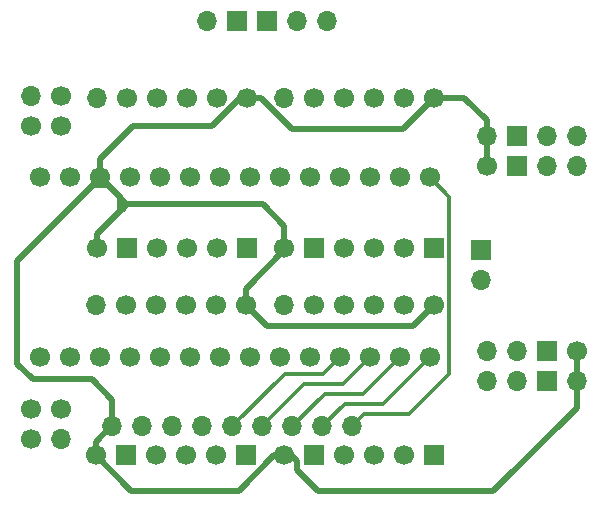
<source format=gtl>
G04 #@! TF.GenerationSoftware,KiCad,Pcbnew,7.0.5*
G04 #@! TF.CreationDate,2023-07-17T11:56:54-04:00*
G04 #@! TF.ProjectId,Tadpole,54616470-6f6c-4652-9e6b-696361645f70,rev?*
G04 #@! TF.SameCoordinates,Original*
G04 #@! TF.FileFunction,Copper,L1,Top*
G04 #@! TF.FilePolarity,Positive*
%FSLAX46Y46*%
G04 Gerber Fmt 4.6, Leading zero omitted, Abs format (unit mm)*
G04 Created by KiCad (PCBNEW 7.0.5) date 2023-07-17 11:56:54*
%MOMM*%
%LPD*%
G01*
G04 APERTURE LIST*
G04 #@! TA.AperFunction,ComponentPad*
%ADD10C,1.700000*%
G04 #@! TD*
G04 #@! TA.AperFunction,ComponentPad*
%ADD11O,1.700000X1.700000*%
G04 #@! TD*
G04 #@! TA.AperFunction,ComponentPad*
%ADD12R,1.700000X1.700000*%
G04 #@! TD*
G04 #@! TA.AperFunction,Conductor*
%ADD13C,0.500000*%
G04 #@! TD*
G04 #@! TA.AperFunction,Conductor*
%ADD14C,0.300000*%
G04 #@! TD*
G04 APERTURE END LIST*
D10*
X160731200Y-104013000D03*
D11*
X160731200Y-106553000D03*
D12*
X158191200Y-104013000D03*
X158191200Y-106553000D03*
D11*
X155651200Y-104013000D03*
X155651200Y-106553000D03*
X153111200Y-104013000D03*
X153111200Y-106553000D03*
X139573000Y-76073000D03*
X137033000Y-76073000D03*
D12*
X134493000Y-76073000D03*
X131953000Y-76073000D03*
D11*
X129413000Y-76073000D03*
X141743600Y-110337600D03*
X139203600Y-110337600D03*
X136663600Y-110337600D03*
X134123600Y-110337600D03*
X131583600Y-110337600D03*
X129043600Y-110337600D03*
X126503600Y-110337600D03*
X123963600Y-110337600D03*
X121423600Y-110337600D03*
D10*
X114503200Y-84963000D03*
D11*
X114503200Y-82423000D03*
D10*
X117043200Y-84963000D03*
X117043200Y-82423000D03*
X153131200Y-88327000D03*
D11*
X153131200Y-85787000D03*
D12*
X155671200Y-88327000D03*
X155671200Y-85787000D03*
D11*
X158211200Y-88327000D03*
X158211200Y-85787000D03*
X160751200Y-88327000D03*
X160751200Y-85787000D03*
D12*
X152597000Y-95397400D03*
D11*
X152597000Y-97937400D03*
D10*
X117043200Y-108864400D03*
D11*
X117043200Y-111404400D03*
D10*
X114503200Y-108864400D03*
X114503200Y-111404400D03*
X117815200Y-104521000D03*
X120355200Y-104521000D03*
X122895200Y-104521000D03*
X125435200Y-104521000D03*
X120355200Y-89281000D03*
X127975200Y-104521000D03*
X130515200Y-104521000D03*
X133055200Y-104521000D03*
X135595200Y-104521000D03*
X138135200Y-104521000D03*
X140675200Y-104521000D03*
X143215200Y-104521000D03*
X145755200Y-104521000D03*
X148295200Y-104521000D03*
X148295200Y-89281000D03*
X145755200Y-89281000D03*
X143215200Y-89281000D03*
X140675200Y-89281000D03*
X138135200Y-89281000D03*
X135595200Y-89281000D03*
X133055200Y-89281000D03*
X130515200Y-89281000D03*
X127975200Y-89281000D03*
X125435200Y-89281000D03*
X122895200Y-89281000D03*
X117815200Y-89281000D03*
X115275200Y-104521000D03*
X115275200Y-89281000D03*
D11*
X119999600Y-100076000D03*
D10*
X122539600Y-100076000D03*
X125079600Y-100076000D03*
X127619600Y-100076000D03*
X130159600Y-100076000D03*
X132699600Y-100076000D03*
X119999600Y-112776000D03*
D12*
X122539600Y-112776000D03*
D10*
X125079600Y-112776000D03*
X127619600Y-112776000D03*
X130159600Y-112776000D03*
D12*
X132699600Y-112776000D03*
D11*
X120101200Y-82524600D03*
D10*
X122641200Y-82524600D03*
X125181200Y-82524600D03*
X127721200Y-82524600D03*
X130261200Y-82524600D03*
X132801200Y-82524600D03*
X120101200Y-95224600D03*
D12*
X122641200Y-95224600D03*
D10*
X125181200Y-95224600D03*
X127721200Y-95224600D03*
X130261200Y-95224600D03*
D12*
X132801200Y-95224600D03*
D11*
X135976200Y-100076000D03*
D10*
X138516200Y-100076000D03*
X141056200Y-100076000D03*
X143596200Y-100076000D03*
X146136200Y-100076000D03*
X148676200Y-100076000D03*
X135976200Y-112776000D03*
D12*
X138516200Y-112776000D03*
D10*
X141056200Y-112776000D03*
X143596200Y-112776000D03*
X146136200Y-112776000D03*
D12*
X148676200Y-112776000D03*
D11*
X135976200Y-82524600D03*
D10*
X138516200Y-82524600D03*
X141056200Y-82524600D03*
X143596200Y-82524600D03*
X146136200Y-82524600D03*
X148676200Y-82524600D03*
X135976200Y-95224600D03*
D12*
X138516200Y-95224600D03*
D10*
X141056200Y-95224600D03*
X143596200Y-95224600D03*
X146136200Y-95224600D03*
D12*
X148676200Y-95224600D03*
D13*
X122280600Y-91927600D02*
X122153600Y-91800600D01*
X121423600Y-108088600D02*
X121423600Y-110337600D01*
X129844800Y-84937600D02*
X132257800Y-82524600D01*
X132801200Y-82524600D02*
X133985000Y-82524600D01*
X114665600Y-106375200D02*
X119710200Y-106375200D01*
X120355200Y-89281000D02*
X120355200Y-87731600D01*
X122026600Y-90952400D02*
X122153600Y-91079400D01*
X120355200Y-89408000D02*
X120355200Y-89281000D01*
X135976200Y-95417800D02*
X132699600Y-98694400D01*
X122090100Y-92118100D02*
X120101200Y-94107000D01*
X121010600Y-89936400D02*
X122026600Y-90952400D01*
X122090100Y-91015900D02*
X122026600Y-90952400D01*
X132699600Y-100076000D02*
X134477600Y-101854000D01*
X121310400Y-110337600D02*
X119999600Y-111648400D01*
X160731200Y-106553000D02*
X160731200Y-104013000D01*
X122641200Y-91567000D02*
X122280600Y-91927600D01*
X132105400Y-115798600D02*
X123022200Y-115798600D01*
X134188200Y-91567000D02*
X135976200Y-93355000D01*
X135976200Y-112776000D02*
X136525000Y-112776000D01*
X119804100Y-89959100D02*
X113370200Y-96393000D01*
X122641200Y-91567000D02*
X134188200Y-91567000D01*
X153131200Y-85787000D02*
X153131200Y-88327000D01*
X135976200Y-112776000D02*
X135128000Y-112776000D01*
X119804100Y-89959100D02*
X120355200Y-89408000D01*
X133985000Y-82524600D02*
X136652000Y-85191600D01*
X137033000Y-114046000D02*
X138811000Y-115824000D01*
X119804100Y-89959100D02*
X119826800Y-89936400D01*
X122153600Y-91079400D02*
X122641200Y-91567000D01*
X132257800Y-82524600D02*
X132801200Y-82524600D01*
X148676200Y-82524600D02*
X151231600Y-82524600D01*
X122280600Y-91927600D02*
X122090100Y-92118100D01*
X134477600Y-101854000D02*
X146898200Y-101854000D01*
X135976200Y-93355000D02*
X135976200Y-95224600D01*
X136652000Y-85191600D02*
X146009200Y-85191600D01*
X119999600Y-111648400D02*
X119999600Y-112776000D01*
X120101200Y-94107000D02*
X120101200Y-95224600D01*
X119826800Y-89936400D02*
X121010600Y-89936400D01*
X146898200Y-101854000D02*
X148676200Y-100076000D01*
X113370200Y-105079800D02*
X114665600Y-106375200D01*
X121423600Y-110337600D02*
X121310400Y-110337600D01*
X132699600Y-98694400D02*
X132699600Y-100076000D01*
X135128000Y-112776000D02*
X132105400Y-115798600D01*
X135976200Y-95224600D02*
X135976200Y-95417800D01*
X120355200Y-87731600D02*
X123149200Y-84937600D01*
X151231600Y-82524600D02*
X153131200Y-84424200D01*
X136525000Y-112776000D02*
X137033000Y-113284000D01*
X120355200Y-89281000D02*
X121010600Y-89936400D01*
X153670000Y-115824000D02*
X160731200Y-108762800D01*
X123149200Y-84937600D02*
X129844800Y-84937600D01*
X153131200Y-84424200D02*
X153131200Y-85787000D01*
X137033000Y-113284000D02*
X137033000Y-114046000D01*
X123022200Y-115798600D02*
X119999600Y-112776000D01*
X122153600Y-91800600D02*
X122153600Y-91079400D01*
X119710200Y-106375200D02*
X121423600Y-108088600D01*
X160731200Y-108762800D02*
X160731200Y-106553000D01*
X122090100Y-92118100D02*
X122090100Y-91015900D01*
X113370200Y-96393000D02*
X113370200Y-105079800D01*
X138811000Y-115824000D02*
X153670000Y-115824000D01*
X146009200Y-85191600D02*
X148676200Y-82524600D01*
D14*
X131583600Y-110337600D02*
X136003200Y-105918000D01*
X136003200Y-105918000D02*
X139278200Y-105918000D01*
X139278200Y-105918000D02*
X140675200Y-104521000D01*
X140929200Y-106807000D02*
X137654200Y-106807000D01*
X137654200Y-106807000D02*
X134123600Y-110337600D01*
X143215200Y-104521000D02*
X140929200Y-106807000D01*
X139406800Y-107594400D02*
X136663600Y-110337600D01*
X145755200Y-104521000D02*
X142681800Y-107594400D01*
X142681800Y-107594400D02*
X139406800Y-107594400D01*
X148295200Y-104521000D02*
X144358200Y-108458000D01*
X141083200Y-108458000D02*
X139203600Y-110337600D01*
X144358200Y-108458000D02*
X141083200Y-108458000D01*
X149946200Y-105933400D02*
X146532600Y-109347000D01*
X142734200Y-109347000D02*
X141743600Y-110337600D01*
X148295200Y-89281000D02*
X149946200Y-90932000D01*
X146532600Y-109347000D02*
X142734200Y-109347000D01*
X149946200Y-90932000D02*
X149946200Y-105933400D01*
M02*

</source>
